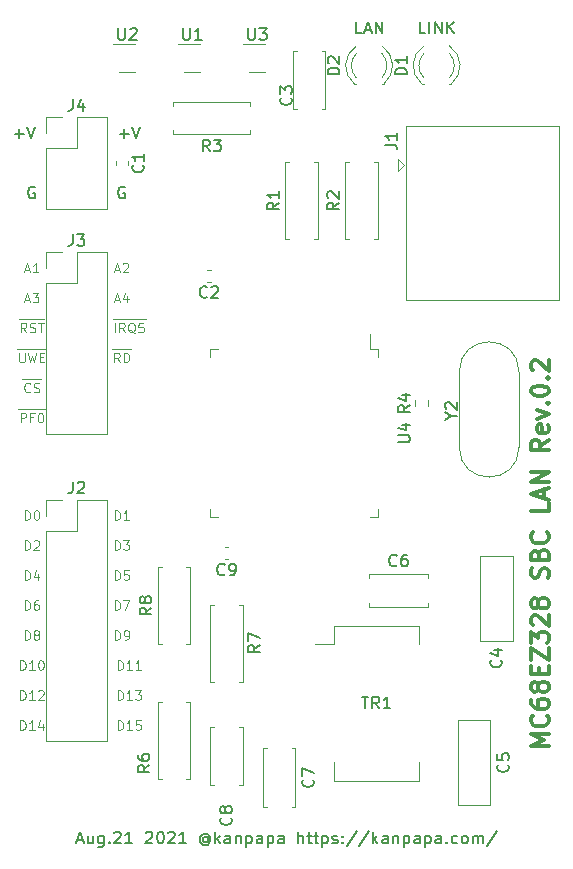
<source format=gto>
G04 #@! TF.GenerationSoftware,KiCad,Pcbnew,(5.1.9)-1*
G04 #@! TF.CreationDate,2021-08-21T09:49:19+09:00*
G04 #@! TF.ProjectId,DragonOne_lan_rev02,44726167-6f6e-44f6-9e65-5f6c616e5f72,rev?*
G04 #@! TF.SameCoordinates,PX7cee6c0PY80befc0*
G04 #@! TF.FileFunction,Legend,Top*
G04 #@! TF.FilePolarity,Positive*
%FSLAX46Y46*%
G04 Gerber Fmt 4.6, Leading zero omitted, Abs format (unit mm)*
G04 Created by KiCad (PCBNEW (5.1.9)-1) date 2021-08-21 09:49:19*
%MOMM*%
%LPD*%
G01*
G04 APERTURE LIST*
%ADD10C,0.120000*%
%ADD11C,0.150000*%
%ADD12C,0.300000*%
G04 APERTURE END LIST*
D10*
X8725000Y43277000D02*
X9525000Y43277000D01*
X9372619Y42183096D02*
X9105952Y42564048D01*
X8915476Y42183096D02*
X8915476Y42983096D01*
X9220238Y42983096D01*
X9296428Y42945000D01*
X9334523Y42906905D01*
X9372619Y42830715D01*
X9372619Y42716429D01*
X9334523Y42640239D01*
X9296428Y42602143D01*
X9220238Y42564048D01*
X8915476Y42564048D01*
X9525000Y43277000D02*
X10325000Y43277000D01*
X9715476Y42183096D02*
X9715476Y42983096D01*
X9905952Y42983096D01*
X10020238Y42945000D01*
X10096428Y42868810D01*
X10134523Y42792620D01*
X10172619Y42640239D01*
X10172619Y42525953D01*
X10134523Y42373572D01*
X10096428Y42297381D01*
X10020238Y42221191D01*
X9905952Y42183096D01*
X9715476Y42183096D01*
X781190Y38197000D02*
X1581190Y38197000D01*
X971666Y37103096D02*
X971666Y37903096D01*
X1276428Y37903096D01*
X1352619Y37865000D01*
X1390714Y37826905D01*
X1428809Y37750715D01*
X1428809Y37636429D01*
X1390714Y37560239D01*
X1352619Y37522143D01*
X1276428Y37484048D01*
X971666Y37484048D01*
X1581190Y38197000D02*
X2266904Y38197000D01*
X2038333Y37522143D02*
X1771666Y37522143D01*
X1771666Y37103096D02*
X1771666Y37903096D01*
X2152619Y37903096D01*
X2266904Y38197000D02*
X3028809Y38197000D01*
X2609761Y37903096D02*
X2685952Y37903096D01*
X2762142Y37865000D01*
X2800238Y37826905D01*
X2838333Y37750715D01*
X2876428Y37598334D01*
X2876428Y37407858D01*
X2838333Y37255477D01*
X2800238Y37179286D01*
X2762142Y37141191D01*
X2685952Y37103096D01*
X2609761Y37103096D01*
X2533571Y37141191D01*
X2495476Y37179286D01*
X2457380Y37255477D01*
X2419285Y37407858D01*
X2419285Y37598334D01*
X2457380Y37750715D01*
X2495476Y37826905D01*
X2533571Y37865000D01*
X2609761Y37903096D01*
X1124047Y40737000D02*
X1924047Y40737000D01*
X1771666Y39719286D02*
X1733571Y39681191D01*
X1619285Y39643096D01*
X1543095Y39643096D01*
X1428809Y39681191D01*
X1352619Y39757381D01*
X1314523Y39833572D01*
X1276428Y39985953D01*
X1276428Y40100239D01*
X1314523Y40252620D01*
X1352619Y40328810D01*
X1428809Y40405000D01*
X1543095Y40443096D01*
X1619285Y40443096D01*
X1733571Y40405000D01*
X1771666Y40366905D01*
X1924047Y40737000D02*
X2685952Y40737000D01*
X2076428Y39681191D02*
X2190714Y39643096D01*
X2381190Y39643096D01*
X2457380Y39681191D01*
X2495476Y39719286D01*
X2533571Y39795477D01*
X2533571Y39871667D01*
X2495476Y39947858D01*
X2457380Y39985953D01*
X2381190Y40024048D01*
X2228809Y40062143D01*
X2152619Y40100239D01*
X2114523Y40138334D01*
X2076428Y40214524D01*
X2076428Y40290715D01*
X2114523Y40366905D01*
X2152619Y40405000D01*
X2228809Y40443096D01*
X2419285Y40443096D01*
X2533571Y40405000D01*
X666904Y43277000D02*
X1505000Y43277000D01*
X857380Y42983096D02*
X857380Y42335477D01*
X895476Y42259286D01*
X933571Y42221191D01*
X1009761Y42183096D01*
X1162142Y42183096D01*
X1238333Y42221191D01*
X1276428Y42259286D01*
X1314523Y42335477D01*
X1314523Y42983096D01*
X1505000Y43277000D02*
X2419285Y43277000D01*
X1619285Y42983096D02*
X1809761Y42183096D01*
X1962142Y42754524D01*
X2114523Y42183096D01*
X2305000Y42983096D01*
X2419285Y43277000D02*
X3143095Y43277000D01*
X2609761Y42602143D02*
X2876428Y42602143D01*
X2990714Y42183096D02*
X2609761Y42183096D01*
X2609761Y42983096D01*
X2990714Y42983096D01*
X8769523Y45817000D02*
X9150476Y45817000D01*
X8960000Y44723096D02*
X8960000Y45523096D01*
X9150476Y45817000D02*
X9950476Y45817000D01*
X9798095Y44723096D02*
X9531428Y45104048D01*
X9340952Y44723096D02*
X9340952Y45523096D01*
X9645714Y45523096D01*
X9721904Y45485000D01*
X9760000Y45446905D01*
X9798095Y45370715D01*
X9798095Y45256429D01*
X9760000Y45180239D01*
X9721904Y45142143D01*
X9645714Y45104048D01*
X9340952Y45104048D01*
X9950476Y45817000D02*
X10788571Y45817000D01*
X10674285Y44646905D02*
X10598095Y44685000D01*
X10521904Y44761191D01*
X10407619Y44875477D01*
X10331428Y44913572D01*
X10255238Y44913572D01*
X10293333Y44723096D02*
X10217142Y44761191D01*
X10140952Y44837381D01*
X10102857Y44989762D01*
X10102857Y45256429D01*
X10140952Y45408810D01*
X10217142Y45485000D01*
X10293333Y45523096D01*
X10445714Y45523096D01*
X10521904Y45485000D01*
X10598095Y45408810D01*
X10636190Y45256429D01*
X10636190Y44989762D01*
X10598095Y44837381D01*
X10521904Y44761191D01*
X10445714Y44723096D01*
X10293333Y44723096D01*
X10788571Y45817000D02*
X11550476Y45817000D01*
X11360000Y45523096D02*
X10979047Y45523096D01*
X10940952Y45142143D01*
X10979047Y45180239D01*
X11055238Y45218334D01*
X11245714Y45218334D01*
X11321904Y45180239D01*
X11360000Y45142143D01*
X11398095Y45065953D01*
X11398095Y44875477D01*
X11360000Y44799286D01*
X11321904Y44761191D01*
X11245714Y44723096D01*
X11055238Y44723096D01*
X10979047Y44761191D01*
X10940952Y44799286D01*
X819285Y45817000D02*
X1619285Y45817000D01*
X1466904Y44723096D02*
X1200238Y45104048D01*
X1009761Y44723096D02*
X1009761Y45523096D01*
X1314523Y45523096D01*
X1390714Y45485000D01*
X1428809Y45446905D01*
X1466904Y45370715D01*
X1466904Y45256429D01*
X1428809Y45180239D01*
X1390714Y45142143D01*
X1314523Y45104048D01*
X1009761Y45104048D01*
X1619285Y45817000D02*
X2381190Y45817000D01*
X1771666Y44761191D02*
X1885952Y44723096D01*
X2076428Y44723096D01*
X2152619Y44761191D01*
X2190714Y44799286D01*
X2228809Y44875477D01*
X2228809Y44951667D01*
X2190714Y45027858D01*
X2152619Y45065953D01*
X2076428Y45104048D01*
X1924047Y45142143D01*
X1847857Y45180239D01*
X1809761Y45218334D01*
X1771666Y45294524D01*
X1771666Y45370715D01*
X1809761Y45446905D01*
X1847857Y45485000D01*
X1924047Y45523096D01*
X2114523Y45523096D01*
X2228809Y45485000D01*
X2381190Y45817000D02*
X2990714Y45817000D01*
X2457380Y45523096D02*
X2914523Y45523096D01*
X2685952Y44723096D02*
X2685952Y45523096D01*
X8953571Y47491667D02*
X9334523Y47491667D01*
X8877380Y47263096D02*
X9144047Y48063096D01*
X9410714Y47263096D01*
X10020238Y47796429D02*
X10020238Y47263096D01*
X9829761Y48101191D02*
X9639285Y47529762D01*
X10134523Y47529762D01*
X8953571Y50031667D02*
X9334523Y50031667D01*
X8877380Y49803096D02*
X9144047Y50603096D01*
X9410714Y49803096D01*
X9639285Y50526905D02*
X9677380Y50565000D01*
X9753571Y50603096D01*
X9944047Y50603096D01*
X10020238Y50565000D01*
X10058333Y50526905D01*
X10096428Y50450715D01*
X10096428Y50374524D01*
X10058333Y50260239D01*
X9601190Y49803096D01*
X10096428Y49803096D01*
X1333571Y47491667D02*
X1714523Y47491667D01*
X1257380Y47263096D02*
X1524047Y48063096D01*
X1790714Y47263096D01*
X1981190Y48063096D02*
X2476428Y48063096D01*
X2209761Y47758334D01*
X2324047Y47758334D01*
X2400238Y47720239D01*
X2438333Y47682143D01*
X2476428Y47605953D01*
X2476428Y47415477D01*
X2438333Y47339286D01*
X2400238Y47301191D01*
X2324047Y47263096D01*
X2095476Y47263096D01*
X2019285Y47301191D01*
X1981190Y47339286D01*
X1333571Y50031667D02*
X1714523Y50031667D01*
X1257380Y49803096D02*
X1524047Y50603096D01*
X1790714Y49803096D01*
X2476428Y49803096D02*
X2019285Y49803096D01*
X2247857Y49803096D02*
X2247857Y50603096D01*
X2171666Y50488810D01*
X2095476Y50412620D01*
X2019285Y50374524D01*
X933571Y11068096D02*
X933571Y11868096D01*
X1124047Y11868096D01*
X1238333Y11830000D01*
X1314523Y11753810D01*
X1352619Y11677620D01*
X1390714Y11525239D01*
X1390714Y11410953D01*
X1352619Y11258572D01*
X1314523Y11182381D01*
X1238333Y11106191D01*
X1124047Y11068096D01*
X933571Y11068096D01*
X2152619Y11068096D02*
X1695476Y11068096D01*
X1924047Y11068096D02*
X1924047Y11868096D01*
X1847857Y11753810D01*
X1771666Y11677620D01*
X1695476Y11639524D01*
X2838333Y11601429D02*
X2838333Y11068096D01*
X2647857Y11906191D02*
X2457380Y11334762D01*
X2952619Y11334762D01*
X933571Y13608096D02*
X933571Y14408096D01*
X1124047Y14408096D01*
X1238333Y14370000D01*
X1314523Y14293810D01*
X1352619Y14217620D01*
X1390714Y14065239D01*
X1390714Y13950953D01*
X1352619Y13798572D01*
X1314523Y13722381D01*
X1238333Y13646191D01*
X1124047Y13608096D01*
X933571Y13608096D01*
X2152619Y13608096D02*
X1695476Y13608096D01*
X1924047Y13608096D02*
X1924047Y14408096D01*
X1847857Y14293810D01*
X1771666Y14217620D01*
X1695476Y14179524D01*
X2457380Y14331905D02*
X2495476Y14370000D01*
X2571666Y14408096D01*
X2762142Y14408096D01*
X2838333Y14370000D01*
X2876428Y14331905D01*
X2914523Y14255715D01*
X2914523Y14179524D01*
X2876428Y14065239D01*
X2419285Y13608096D01*
X2914523Y13608096D01*
X933571Y16148096D02*
X933571Y16948096D01*
X1124047Y16948096D01*
X1238333Y16910000D01*
X1314523Y16833810D01*
X1352619Y16757620D01*
X1390714Y16605239D01*
X1390714Y16490953D01*
X1352619Y16338572D01*
X1314523Y16262381D01*
X1238333Y16186191D01*
X1124047Y16148096D01*
X933571Y16148096D01*
X2152619Y16148096D02*
X1695476Y16148096D01*
X1924047Y16148096D02*
X1924047Y16948096D01*
X1847857Y16833810D01*
X1771666Y16757620D01*
X1695476Y16719524D01*
X2647857Y16948096D02*
X2724047Y16948096D01*
X2800238Y16910000D01*
X2838333Y16871905D01*
X2876428Y16795715D01*
X2914523Y16643334D01*
X2914523Y16452858D01*
X2876428Y16300477D01*
X2838333Y16224286D01*
X2800238Y16186191D01*
X2724047Y16148096D01*
X2647857Y16148096D01*
X2571666Y16186191D01*
X2533571Y16224286D01*
X2495476Y16300477D01*
X2457380Y16452858D01*
X2457380Y16643334D01*
X2495476Y16795715D01*
X2533571Y16871905D01*
X2571666Y16910000D01*
X2647857Y16948096D01*
X1314523Y18688096D02*
X1314523Y19488096D01*
X1505000Y19488096D01*
X1619285Y19450000D01*
X1695476Y19373810D01*
X1733571Y19297620D01*
X1771666Y19145239D01*
X1771666Y19030953D01*
X1733571Y18878572D01*
X1695476Y18802381D01*
X1619285Y18726191D01*
X1505000Y18688096D01*
X1314523Y18688096D01*
X2228809Y19145239D02*
X2152619Y19183334D01*
X2114523Y19221429D01*
X2076428Y19297620D01*
X2076428Y19335715D01*
X2114523Y19411905D01*
X2152619Y19450000D01*
X2228809Y19488096D01*
X2381190Y19488096D01*
X2457380Y19450000D01*
X2495476Y19411905D01*
X2533571Y19335715D01*
X2533571Y19297620D01*
X2495476Y19221429D01*
X2457380Y19183334D01*
X2381190Y19145239D01*
X2228809Y19145239D01*
X2152619Y19107143D01*
X2114523Y19069048D01*
X2076428Y18992858D01*
X2076428Y18840477D01*
X2114523Y18764286D01*
X2152619Y18726191D01*
X2228809Y18688096D01*
X2381190Y18688096D01*
X2457380Y18726191D01*
X2495476Y18764286D01*
X2533571Y18840477D01*
X2533571Y18992858D01*
X2495476Y19069048D01*
X2457380Y19107143D01*
X2381190Y19145239D01*
X1314523Y21228096D02*
X1314523Y22028096D01*
X1505000Y22028096D01*
X1619285Y21990000D01*
X1695476Y21913810D01*
X1733571Y21837620D01*
X1771666Y21685239D01*
X1771666Y21570953D01*
X1733571Y21418572D01*
X1695476Y21342381D01*
X1619285Y21266191D01*
X1505000Y21228096D01*
X1314523Y21228096D01*
X2457380Y22028096D02*
X2305000Y22028096D01*
X2228809Y21990000D01*
X2190714Y21951905D01*
X2114523Y21837620D01*
X2076428Y21685239D01*
X2076428Y21380477D01*
X2114523Y21304286D01*
X2152619Y21266191D01*
X2228809Y21228096D01*
X2381190Y21228096D01*
X2457380Y21266191D01*
X2495476Y21304286D01*
X2533571Y21380477D01*
X2533571Y21570953D01*
X2495476Y21647143D01*
X2457380Y21685239D01*
X2381190Y21723334D01*
X2228809Y21723334D01*
X2152619Y21685239D01*
X2114523Y21647143D01*
X2076428Y21570953D01*
X1314523Y23768096D02*
X1314523Y24568096D01*
X1505000Y24568096D01*
X1619285Y24530000D01*
X1695476Y24453810D01*
X1733571Y24377620D01*
X1771666Y24225239D01*
X1771666Y24110953D01*
X1733571Y23958572D01*
X1695476Y23882381D01*
X1619285Y23806191D01*
X1505000Y23768096D01*
X1314523Y23768096D01*
X2457380Y24301429D02*
X2457380Y23768096D01*
X2266904Y24606191D02*
X2076428Y24034762D01*
X2571666Y24034762D01*
X1314523Y26308096D02*
X1314523Y27108096D01*
X1505000Y27108096D01*
X1619285Y27070000D01*
X1695476Y26993810D01*
X1733571Y26917620D01*
X1771666Y26765239D01*
X1771666Y26650953D01*
X1733571Y26498572D01*
X1695476Y26422381D01*
X1619285Y26346191D01*
X1505000Y26308096D01*
X1314523Y26308096D01*
X2076428Y27031905D02*
X2114523Y27070000D01*
X2190714Y27108096D01*
X2381190Y27108096D01*
X2457380Y27070000D01*
X2495476Y27031905D01*
X2533571Y26955715D01*
X2533571Y26879524D01*
X2495476Y26765239D01*
X2038333Y26308096D01*
X2533571Y26308096D01*
X9188571Y11068096D02*
X9188571Y11868096D01*
X9379047Y11868096D01*
X9493333Y11830000D01*
X9569523Y11753810D01*
X9607619Y11677620D01*
X9645714Y11525239D01*
X9645714Y11410953D01*
X9607619Y11258572D01*
X9569523Y11182381D01*
X9493333Y11106191D01*
X9379047Y11068096D01*
X9188571Y11068096D01*
X10407619Y11068096D02*
X9950476Y11068096D01*
X10179047Y11068096D02*
X10179047Y11868096D01*
X10102857Y11753810D01*
X10026666Y11677620D01*
X9950476Y11639524D01*
X11131428Y11868096D02*
X10750476Y11868096D01*
X10712380Y11487143D01*
X10750476Y11525239D01*
X10826666Y11563334D01*
X11017142Y11563334D01*
X11093333Y11525239D01*
X11131428Y11487143D01*
X11169523Y11410953D01*
X11169523Y11220477D01*
X11131428Y11144286D01*
X11093333Y11106191D01*
X11017142Y11068096D01*
X10826666Y11068096D01*
X10750476Y11106191D01*
X10712380Y11144286D01*
X9188571Y13608096D02*
X9188571Y14408096D01*
X9379047Y14408096D01*
X9493333Y14370000D01*
X9569523Y14293810D01*
X9607619Y14217620D01*
X9645714Y14065239D01*
X9645714Y13950953D01*
X9607619Y13798572D01*
X9569523Y13722381D01*
X9493333Y13646191D01*
X9379047Y13608096D01*
X9188571Y13608096D01*
X10407619Y13608096D02*
X9950476Y13608096D01*
X10179047Y13608096D02*
X10179047Y14408096D01*
X10102857Y14293810D01*
X10026666Y14217620D01*
X9950476Y14179524D01*
X10674285Y14408096D02*
X11169523Y14408096D01*
X10902857Y14103334D01*
X11017142Y14103334D01*
X11093333Y14065239D01*
X11131428Y14027143D01*
X11169523Y13950953D01*
X11169523Y13760477D01*
X11131428Y13684286D01*
X11093333Y13646191D01*
X11017142Y13608096D01*
X10788571Y13608096D01*
X10712380Y13646191D01*
X10674285Y13684286D01*
X9188571Y16148096D02*
X9188571Y16948096D01*
X9379047Y16948096D01*
X9493333Y16910000D01*
X9569523Y16833810D01*
X9607619Y16757620D01*
X9645714Y16605239D01*
X9645714Y16490953D01*
X9607619Y16338572D01*
X9569523Y16262381D01*
X9493333Y16186191D01*
X9379047Y16148096D01*
X9188571Y16148096D01*
X10407619Y16148096D02*
X9950476Y16148096D01*
X10179047Y16148096D02*
X10179047Y16948096D01*
X10102857Y16833810D01*
X10026666Y16757620D01*
X9950476Y16719524D01*
X11169523Y16148096D02*
X10712380Y16148096D01*
X10940952Y16148096D02*
X10940952Y16948096D01*
X10864761Y16833810D01*
X10788571Y16757620D01*
X10712380Y16719524D01*
X8934523Y18688096D02*
X8934523Y19488096D01*
X9125000Y19488096D01*
X9239285Y19450000D01*
X9315476Y19373810D01*
X9353571Y19297620D01*
X9391666Y19145239D01*
X9391666Y19030953D01*
X9353571Y18878572D01*
X9315476Y18802381D01*
X9239285Y18726191D01*
X9125000Y18688096D01*
X8934523Y18688096D01*
X9772619Y18688096D02*
X9925000Y18688096D01*
X10001190Y18726191D01*
X10039285Y18764286D01*
X10115476Y18878572D01*
X10153571Y19030953D01*
X10153571Y19335715D01*
X10115476Y19411905D01*
X10077380Y19450000D01*
X10001190Y19488096D01*
X9848809Y19488096D01*
X9772619Y19450000D01*
X9734523Y19411905D01*
X9696428Y19335715D01*
X9696428Y19145239D01*
X9734523Y19069048D01*
X9772619Y19030953D01*
X9848809Y18992858D01*
X10001190Y18992858D01*
X10077380Y19030953D01*
X10115476Y19069048D01*
X10153571Y19145239D01*
X8934523Y21228096D02*
X8934523Y22028096D01*
X9125000Y22028096D01*
X9239285Y21990000D01*
X9315476Y21913810D01*
X9353571Y21837620D01*
X9391666Y21685239D01*
X9391666Y21570953D01*
X9353571Y21418572D01*
X9315476Y21342381D01*
X9239285Y21266191D01*
X9125000Y21228096D01*
X8934523Y21228096D01*
X9658333Y22028096D02*
X10191666Y22028096D01*
X9848809Y21228096D01*
X8934523Y23768096D02*
X8934523Y24568096D01*
X9125000Y24568096D01*
X9239285Y24530000D01*
X9315476Y24453810D01*
X9353571Y24377620D01*
X9391666Y24225239D01*
X9391666Y24110953D01*
X9353571Y23958572D01*
X9315476Y23882381D01*
X9239285Y23806191D01*
X9125000Y23768096D01*
X8934523Y23768096D01*
X10115476Y24568096D02*
X9734523Y24568096D01*
X9696428Y24187143D01*
X9734523Y24225239D01*
X9810714Y24263334D01*
X10001190Y24263334D01*
X10077380Y24225239D01*
X10115476Y24187143D01*
X10153571Y24110953D01*
X10153571Y23920477D01*
X10115476Y23844286D01*
X10077380Y23806191D01*
X10001190Y23768096D01*
X9810714Y23768096D01*
X9734523Y23806191D01*
X9696428Y23844286D01*
X8934523Y26308096D02*
X8934523Y27108096D01*
X9125000Y27108096D01*
X9239285Y27070000D01*
X9315476Y26993810D01*
X9353571Y26917620D01*
X9391666Y26765239D01*
X9391666Y26650953D01*
X9353571Y26498572D01*
X9315476Y26422381D01*
X9239285Y26346191D01*
X9125000Y26308096D01*
X8934523Y26308096D01*
X9658333Y27108096D02*
X10153571Y27108096D01*
X9886904Y26803334D01*
X10001190Y26803334D01*
X10077380Y26765239D01*
X10115476Y26727143D01*
X10153571Y26650953D01*
X10153571Y26460477D01*
X10115476Y26384286D01*
X10077380Y26346191D01*
X10001190Y26308096D01*
X9772619Y26308096D01*
X9696428Y26346191D01*
X9658333Y26384286D01*
X8934523Y28848096D02*
X8934523Y29648096D01*
X9125000Y29648096D01*
X9239285Y29610000D01*
X9315476Y29533810D01*
X9353571Y29457620D01*
X9391666Y29305239D01*
X9391666Y29190953D01*
X9353571Y29038572D01*
X9315476Y28962381D01*
X9239285Y28886191D01*
X9125000Y28848096D01*
X8934523Y28848096D01*
X10153571Y28848096D02*
X9696428Y28848096D01*
X9925000Y28848096D02*
X9925000Y29648096D01*
X9848809Y29533810D01*
X9772619Y29457620D01*
X9696428Y29419524D01*
X1314523Y28848096D02*
X1314523Y29648096D01*
X1505000Y29648096D01*
X1619285Y29610000D01*
X1695476Y29533810D01*
X1733571Y29457620D01*
X1771666Y29305239D01*
X1771666Y29190953D01*
X1733571Y29038572D01*
X1695476Y28962381D01*
X1619285Y28886191D01*
X1505000Y28848096D01*
X1314523Y28848096D01*
X2266904Y29648096D02*
X2343095Y29648096D01*
X2419285Y29610000D01*
X2457380Y29571905D01*
X2495476Y29495715D01*
X2533571Y29343334D01*
X2533571Y29152858D01*
X2495476Y29000477D01*
X2457380Y28924286D01*
X2419285Y28886191D01*
X2343095Y28848096D01*
X2266904Y28848096D01*
X2190714Y28886191D01*
X2152619Y28924286D01*
X2114523Y29000477D01*
X2076428Y29152858D01*
X2076428Y29343334D01*
X2114523Y29495715D01*
X2152619Y29571905D01*
X2190714Y29610000D01*
X2266904Y29648096D01*
D11*
X5756904Y1738334D02*
X6233095Y1738334D01*
X5661666Y1452620D02*
X5995000Y2452620D01*
X6328333Y1452620D01*
X7090238Y2119286D02*
X7090238Y1452620D01*
X6661666Y2119286D02*
X6661666Y1595477D01*
X6709285Y1500239D01*
X6804523Y1452620D01*
X6947380Y1452620D01*
X7042619Y1500239D01*
X7090238Y1547858D01*
X7995000Y2119286D02*
X7995000Y1309762D01*
X7947380Y1214524D01*
X7899761Y1166905D01*
X7804523Y1119286D01*
X7661666Y1119286D01*
X7566428Y1166905D01*
X7995000Y1500239D02*
X7899761Y1452620D01*
X7709285Y1452620D01*
X7614047Y1500239D01*
X7566428Y1547858D01*
X7518809Y1643096D01*
X7518809Y1928810D01*
X7566428Y2024048D01*
X7614047Y2071667D01*
X7709285Y2119286D01*
X7899761Y2119286D01*
X7995000Y2071667D01*
X8471190Y1547858D02*
X8518809Y1500239D01*
X8471190Y1452620D01*
X8423571Y1500239D01*
X8471190Y1547858D01*
X8471190Y1452620D01*
X8899761Y2357381D02*
X8947380Y2405000D01*
X9042619Y2452620D01*
X9280714Y2452620D01*
X9375952Y2405000D01*
X9423571Y2357381D01*
X9471190Y2262143D01*
X9471190Y2166905D01*
X9423571Y2024048D01*
X8852142Y1452620D01*
X9471190Y1452620D01*
X10423571Y1452620D02*
X9852142Y1452620D01*
X10137857Y1452620D02*
X10137857Y2452620D01*
X10042619Y2309762D01*
X9947380Y2214524D01*
X9852142Y2166905D01*
X11566428Y2357381D02*
X11614047Y2405000D01*
X11709285Y2452620D01*
X11947380Y2452620D01*
X12042619Y2405000D01*
X12090238Y2357381D01*
X12137857Y2262143D01*
X12137857Y2166905D01*
X12090238Y2024048D01*
X11518809Y1452620D01*
X12137857Y1452620D01*
X12756904Y2452620D02*
X12852142Y2452620D01*
X12947380Y2405000D01*
X12995000Y2357381D01*
X13042619Y2262143D01*
X13090238Y2071667D01*
X13090238Y1833572D01*
X13042619Y1643096D01*
X12995000Y1547858D01*
X12947380Y1500239D01*
X12852142Y1452620D01*
X12756904Y1452620D01*
X12661666Y1500239D01*
X12614047Y1547858D01*
X12566428Y1643096D01*
X12518809Y1833572D01*
X12518809Y2071667D01*
X12566428Y2262143D01*
X12614047Y2357381D01*
X12661666Y2405000D01*
X12756904Y2452620D01*
X13471190Y2357381D02*
X13518809Y2405000D01*
X13614047Y2452620D01*
X13852142Y2452620D01*
X13947380Y2405000D01*
X13995000Y2357381D01*
X14042619Y2262143D01*
X14042619Y2166905D01*
X13995000Y2024048D01*
X13423571Y1452620D01*
X14042619Y1452620D01*
X14995000Y1452620D02*
X14423571Y1452620D01*
X14709285Y1452620D02*
X14709285Y2452620D01*
X14614047Y2309762D01*
X14518809Y2214524D01*
X14423571Y2166905D01*
X16804523Y1928810D02*
X16756904Y1976429D01*
X16661666Y2024048D01*
X16566428Y2024048D01*
X16471190Y1976429D01*
X16423571Y1928810D01*
X16375952Y1833572D01*
X16375952Y1738334D01*
X16423571Y1643096D01*
X16471190Y1595477D01*
X16566428Y1547858D01*
X16661666Y1547858D01*
X16756904Y1595477D01*
X16804523Y1643096D01*
X16804523Y2024048D02*
X16804523Y1643096D01*
X16852142Y1595477D01*
X16899761Y1595477D01*
X16995000Y1643096D01*
X17042619Y1738334D01*
X17042619Y1976429D01*
X16947380Y2119286D01*
X16804523Y2214524D01*
X16614047Y2262143D01*
X16423571Y2214524D01*
X16280714Y2119286D01*
X16185476Y1976429D01*
X16137857Y1785953D01*
X16185476Y1595477D01*
X16280714Y1452620D01*
X16423571Y1357381D01*
X16614047Y1309762D01*
X16804523Y1357381D01*
X16947380Y1452620D01*
X17471190Y1452620D02*
X17471190Y2452620D01*
X17566428Y1833572D02*
X17852142Y1452620D01*
X17852142Y2119286D02*
X17471190Y1738334D01*
X18709285Y1452620D02*
X18709285Y1976429D01*
X18661666Y2071667D01*
X18566428Y2119286D01*
X18375952Y2119286D01*
X18280714Y2071667D01*
X18709285Y1500239D02*
X18614047Y1452620D01*
X18375952Y1452620D01*
X18280714Y1500239D01*
X18233095Y1595477D01*
X18233095Y1690715D01*
X18280714Y1785953D01*
X18375952Y1833572D01*
X18614047Y1833572D01*
X18709285Y1881191D01*
X19185476Y2119286D02*
X19185476Y1452620D01*
X19185476Y2024048D02*
X19233095Y2071667D01*
X19328333Y2119286D01*
X19471190Y2119286D01*
X19566428Y2071667D01*
X19614047Y1976429D01*
X19614047Y1452620D01*
X20090238Y2119286D02*
X20090238Y1119286D01*
X20090238Y2071667D02*
X20185476Y2119286D01*
X20375952Y2119286D01*
X20471190Y2071667D01*
X20518809Y2024048D01*
X20566428Y1928810D01*
X20566428Y1643096D01*
X20518809Y1547858D01*
X20471190Y1500239D01*
X20375952Y1452620D01*
X20185476Y1452620D01*
X20090238Y1500239D01*
X21423571Y1452620D02*
X21423571Y1976429D01*
X21375952Y2071667D01*
X21280714Y2119286D01*
X21090238Y2119286D01*
X20995000Y2071667D01*
X21423571Y1500239D02*
X21328333Y1452620D01*
X21090238Y1452620D01*
X20995000Y1500239D01*
X20947380Y1595477D01*
X20947380Y1690715D01*
X20995000Y1785953D01*
X21090238Y1833572D01*
X21328333Y1833572D01*
X21423571Y1881191D01*
X21899761Y2119286D02*
X21899761Y1119286D01*
X21899761Y2071667D02*
X21995000Y2119286D01*
X22185476Y2119286D01*
X22280714Y2071667D01*
X22328333Y2024048D01*
X22375952Y1928810D01*
X22375952Y1643096D01*
X22328333Y1547858D01*
X22280714Y1500239D01*
X22185476Y1452620D01*
X21995000Y1452620D01*
X21899761Y1500239D01*
X23233095Y1452620D02*
X23233095Y1976429D01*
X23185476Y2071667D01*
X23090238Y2119286D01*
X22899761Y2119286D01*
X22804523Y2071667D01*
X23233095Y1500239D02*
X23137857Y1452620D01*
X22899761Y1452620D01*
X22804523Y1500239D01*
X22756904Y1595477D01*
X22756904Y1690715D01*
X22804523Y1785953D01*
X22899761Y1833572D01*
X23137857Y1833572D01*
X23233095Y1881191D01*
X24471190Y1452620D02*
X24471190Y2452620D01*
X24899761Y1452620D02*
X24899761Y1976429D01*
X24852142Y2071667D01*
X24756904Y2119286D01*
X24614047Y2119286D01*
X24518809Y2071667D01*
X24471190Y2024048D01*
X25233095Y2119286D02*
X25614047Y2119286D01*
X25375952Y2452620D02*
X25375952Y1595477D01*
X25423571Y1500239D01*
X25518809Y1452620D01*
X25614047Y1452620D01*
X25804523Y2119286D02*
X26185476Y2119286D01*
X25947380Y2452620D02*
X25947380Y1595477D01*
X25995000Y1500239D01*
X26090238Y1452620D01*
X26185476Y1452620D01*
X26518809Y2119286D02*
X26518809Y1119286D01*
X26518809Y2071667D02*
X26614047Y2119286D01*
X26804523Y2119286D01*
X26899761Y2071667D01*
X26947380Y2024048D01*
X26995000Y1928810D01*
X26995000Y1643096D01*
X26947380Y1547858D01*
X26899761Y1500239D01*
X26804523Y1452620D01*
X26614047Y1452620D01*
X26518809Y1500239D01*
X27375952Y1500239D02*
X27471190Y1452620D01*
X27661666Y1452620D01*
X27756904Y1500239D01*
X27804523Y1595477D01*
X27804523Y1643096D01*
X27756904Y1738334D01*
X27661666Y1785953D01*
X27518809Y1785953D01*
X27423571Y1833572D01*
X27375952Y1928810D01*
X27375952Y1976429D01*
X27423571Y2071667D01*
X27518809Y2119286D01*
X27661666Y2119286D01*
X27756904Y2071667D01*
X28233095Y1547858D02*
X28280714Y1500239D01*
X28233095Y1452620D01*
X28185476Y1500239D01*
X28233095Y1547858D01*
X28233095Y1452620D01*
X28233095Y2071667D02*
X28280714Y2024048D01*
X28233095Y1976429D01*
X28185476Y2024048D01*
X28233095Y2071667D01*
X28233095Y1976429D01*
X29423571Y2500239D02*
X28566428Y1214524D01*
X30471190Y2500239D02*
X29614047Y1214524D01*
X30804523Y1452620D02*
X30804523Y2452620D01*
X30899761Y1833572D02*
X31185476Y1452620D01*
X31185476Y2119286D02*
X30804523Y1738334D01*
X32042619Y1452620D02*
X32042619Y1976429D01*
X31995000Y2071667D01*
X31899761Y2119286D01*
X31709285Y2119286D01*
X31614047Y2071667D01*
X32042619Y1500239D02*
X31947380Y1452620D01*
X31709285Y1452620D01*
X31614047Y1500239D01*
X31566428Y1595477D01*
X31566428Y1690715D01*
X31614047Y1785953D01*
X31709285Y1833572D01*
X31947380Y1833572D01*
X32042619Y1881191D01*
X32518809Y2119286D02*
X32518809Y1452620D01*
X32518809Y2024048D02*
X32566428Y2071667D01*
X32661666Y2119286D01*
X32804523Y2119286D01*
X32899761Y2071667D01*
X32947380Y1976429D01*
X32947380Y1452620D01*
X33423571Y2119286D02*
X33423571Y1119286D01*
X33423571Y2071667D02*
X33518809Y2119286D01*
X33709285Y2119286D01*
X33804523Y2071667D01*
X33852142Y2024048D01*
X33899761Y1928810D01*
X33899761Y1643096D01*
X33852142Y1547858D01*
X33804523Y1500239D01*
X33709285Y1452620D01*
X33518809Y1452620D01*
X33423571Y1500239D01*
X34756904Y1452620D02*
X34756904Y1976429D01*
X34709285Y2071667D01*
X34614047Y2119286D01*
X34423571Y2119286D01*
X34328333Y2071667D01*
X34756904Y1500239D02*
X34661666Y1452620D01*
X34423571Y1452620D01*
X34328333Y1500239D01*
X34280714Y1595477D01*
X34280714Y1690715D01*
X34328333Y1785953D01*
X34423571Y1833572D01*
X34661666Y1833572D01*
X34756904Y1881191D01*
X35233095Y2119286D02*
X35233095Y1119286D01*
X35233095Y2071667D02*
X35328333Y2119286D01*
X35518809Y2119286D01*
X35614047Y2071667D01*
X35661666Y2024048D01*
X35709285Y1928810D01*
X35709285Y1643096D01*
X35661666Y1547858D01*
X35614047Y1500239D01*
X35518809Y1452620D01*
X35328333Y1452620D01*
X35233095Y1500239D01*
X36566428Y1452620D02*
X36566428Y1976429D01*
X36518809Y2071667D01*
X36423571Y2119286D01*
X36233095Y2119286D01*
X36137857Y2071667D01*
X36566428Y1500239D02*
X36471190Y1452620D01*
X36233095Y1452620D01*
X36137857Y1500239D01*
X36090238Y1595477D01*
X36090238Y1690715D01*
X36137857Y1785953D01*
X36233095Y1833572D01*
X36471190Y1833572D01*
X36566428Y1881191D01*
X37042619Y1547858D02*
X37090238Y1500239D01*
X37042619Y1452620D01*
X36994999Y1500239D01*
X37042619Y1547858D01*
X37042619Y1452620D01*
X37947380Y1500239D02*
X37852142Y1452620D01*
X37661666Y1452620D01*
X37566428Y1500239D01*
X37518809Y1547858D01*
X37471190Y1643096D01*
X37471190Y1928810D01*
X37518809Y2024048D01*
X37566428Y2071667D01*
X37661666Y2119286D01*
X37852142Y2119286D01*
X37947380Y2071667D01*
X38518809Y1452620D02*
X38423571Y1500239D01*
X38375952Y1547858D01*
X38328333Y1643096D01*
X38328333Y1928810D01*
X38375952Y2024048D01*
X38423571Y2071667D01*
X38518809Y2119286D01*
X38661666Y2119286D01*
X38756904Y2071667D01*
X38804523Y2024048D01*
X38852142Y1928810D01*
X38852142Y1643096D01*
X38804523Y1547858D01*
X38756904Y1500239D01*
X38661666Y1452620D01*
X38518809Y1452620D01*
X39280714Y1452620D02*
X39280714Y2119286D01*
X39280714Y2024048D02*
X39328333Y2071667D01*
X39423571Y2119286D01*
X39566428Y2119286D01*
X39661666Y2071667D01*
X39709285Y1976429D01*
X39709285Y1452620D01*
X39709285Y1976429D02*
X39756904Y2071667D01*
X39852142Y2119286D01*
X39994999Y2119286D01*
X40090238Y2071667D01*
X40137857Y1976429D01*
X40137857Y1452620D01*
X41328333Y2500239D02*
X40471190Y1214524D01*
X29837142Y70032620D02*
X29360952Y70032620D01*
X29360952Y71032620D01*
X30122857Y70318334D02*
X30599047Y70318334D01*
X30027619Y70032620D02*
X30360952Y71032620D01*
X30694285Y70032620D01*
X31027619Y70032620D02*
X31027619Y71032620D01*
X31599047Y70032620D01*
X31599047Y71032620D01*
X35242619Y70032620D02*
X34766428Y70032620D01*
X34766428Y71032620D01*
X35575952Y70032620D02*
X35575952Y71032620D01*
X36052142Y70032620D02*
X36052142Y71032620D01*
X36623571Y70032620D01*
X36623571Y71032620D01*
X37099761Y70032620D02*
X37099761Y71032620D01*
X37671190Y70032620D02*
X37242619Y70604048D01*
X37671190Y71032620D02*
X37099761Y70461191D01*
X9786904Y57015000D02*
X9691666Y57062620D01*
X9548809Y57062620D01*
X9405952Y57015000D01*
X9310714Y56919762D01*
X9263095Y56824524D01*
X9215476Y56634048D01*
X9215476Y56491191D01*
X9263095Y56300715D01*
X9310714Y56205477D01*
X9405952Y56110239D01*
X9548809Y56062620D01*
X9644047Y56062620D01*
X9786904Y56110239D01*
X9834523Y56157858D01*
X9834523Y56491191D01*
X9644047Y56491191D01*
X9350476Y61523572D02*
X10112380Y61523572D01*
X9731428Y61142620D02*
X9731428Y61904524D01*
X10445714Y62142620D02*
X10779047Y61142620D01*
X11112380Y62142620D01*
X2166904Y57015000D02*
X2071666Y57062620D01*
X1928809Y57062620D01*
X1785952Y57015000D01*
X1690714Y56919762D01*
X1643095Y56824524D01*
X1595476Y56634048D01*
X1595476Y56491191D01*
X1643095Y56300715D01*
X1690714Y56205477D01*
X1785952Y56110239D01*
X1928809Y56062620D01*
X2024047Y56062620D01*
X2166904Y56110239D01*
X2214523Y56157858D01*
X2214523Y56491191D01*
X2024047Y56491191D01*
X460476Y61523572D02*
X1222380Y61523572D01*
X841428Y61142620D02*
X841428Y61904524D01*
X1555714Y62142620D02*
X1889047Y61142620D01*
X2222380Y62142620D01*
D12*
X45678571Y9714286D02*
X44178571Y9714286D01*
X45250000Y10214286D01*
X44178571Y10714286D01*
X45678571Y10714286D01*
X45535714Y12285715D02*
X45607142Y12214286D01*
X45678571Y12000000D01*
X45678571Y11857143D01*
X45607142Y11642858D01*
X45464285Y11500000D01*
X45321428Y11428572D01*
X45035714Y11357143D01*
X44821428Y11357143D01*
X44535714Y11428572D01*
X44392857Y11500000D01*
X44250000Y11642858D01*
X44178571Y11857143D01*
X44178571Y12000000D01*
X44250000Y12214286D01*
X44321428Y12285715D01*
X44178571Y13571429D02*
X44178571Y13285715D01*
X44250000Y13142858D01*
X44321428Y13071429D01*
X44535714Y12928572D01*
X44821428Y12857143D01*
X45392857Y12857143D01*
X45535714Y12928572D01*
X45607142Y13000000D01*
X45678571Y13142858D01*
X45678571Y13428572D01*
X45607142Y13571429D01*
X45535714Y13642858D01*
X45392857Y13714286D01*
X45035714Y13714286D01*
X44892857Y13642858D01*
X44821428Y13571429D01*
X44750000Y13428572D01*
X44750000Y13142858D01*
X44821428Y13000000D01*
X44892857Y12928572D01*
X45035714Y12857143D01*
X44821428Y14571429D02*
X44750000Y14428572D01*
X44678571Y14357143D01*
X44535714Y14285715D01*
X44464285Y14285715D01*
X44321428Y14357143D01*
X44250000Y14428572D01*
X44178571Y14571429D01*
X44178571Y14857143D01*
X44250000Y15000000D01*
X44321428Y15071429D01*
X44464285Y15142858D01*
X44535714Y15142858D01*
X44678571Y15071429D01*
X44750000Y15000000D01*
X44821428Y14857143D01*
X44821428Y14571429D01*
X44892857Y14428572D01*
X44964285Y14357143D01*
X45107142Y14285715D01*
X45392857Y14285715D01*
X45535714Y14357143D01*
X45607142Y14428572D01*
X45678571Y14571429D01*
X45678571Y14857143D01*
X45607142Y15000000D01*
X45535714Y15071429D01*
X45392857Y15142858D01*
X45107142Y15142858D01*
X44964285Y15071429D01*
X44892857Y15000000D01*
X44821428Y14857143D01*
X44892857Y15785715D02*
X44892857Y16285715D01*
X45678571Y16500000D02*
X45678571Y15785715D01*
X44178571Y15785715D01*
X44178571Y16500000D01*
X44178571Y17000000D02*
X44178571Y18000000D01*
X45678571Y17000000D01*
X45678571Y18000000D01*
X44178571Y18428572D02*
X44178571Y19357143D01*
X44750000Y18857143D01*
X44750000Y19071429D01*
X44821428Y19214286D01*
X44892857Y19285715D01*
X45035714Y19357143D01*
X45392857Y19357143D01*
X45535714Y19285715D01*
X45607142Y19214286D01*
X45678571Y19071429D01*
X45678571Y18642858D01*
X45607142Y18500000D01*
X45535714Y18428572D01*
X44321428Y19928572D02*
X44250000Y20000000D01*
X44178571Y20142858D01*
X44178571Y20500000D01*
X44250000Y20642858D01*
X44321428Y20714286D01*
X44464285Y20785715D01*
X44607142Y20785715D01*
X44821428Y20714286D01*
X45678571Y19857143D01*
X45678571Y20785715D01*
X44821428Y21642858D02*
X44750000Y21500000D01*
X44678571Y21428572D01*
X44535714Y21357143D01*
X44464285Y21357143D01*
X44321428Y21428572D01*
X44250000Y21500000D01*
X44178571Y21642858D01*
X44178571Y21928572D01*
X44250000Y22071429D01*
X44321428Y22142858D01*
X44464285Y22214286D01*
X44535714Y22214286D01*
X44678571Y22142858D01*
X44750000Y22071429D01*
X44821428Y21928572D01*
X44821428Y21642858D01*
X44892857Y21500000D01*
X44964285Y21428572D01*
X45107142Y21357143D01*
X45392857Y21357143D01*
X45535714Y21428572D01*
X45607142Y21500000D01*
X45678571Y21642858D01*
X45678571Y21928572D01*
X45607142Y22071429D01*
X45535714Y22142858D01*
X45392857Y22214286D01*
X45107142Y22214286D01*
X44964285Y22142858D01*
X44892857Y22071429D01*
X44821428Y21928572D01*
X45607142Y23928572D02*
X45678571Y24142858D01*
X45678571Y24500000D01*
X45607142Y24642858D01*
X45535714Y24714286D01*
X45392857Y24785715D01*
X45250000Y24785715D01*
X45107142Y24714286D01*
X45035714Y24642858D01*
X44964285Y24500000D01*
X44892857Y24214286D01*
X44821428Y24071429D01*
X44750000Y24000000D01*
X44607142Y23928572D01*
X44464285Y23928572D01*
X44321428Y24000000D01*
X44250000Y24071429D01*
X44178571Y24214286D01*
X44178571Y24571429D01*
X44250000Y24785715D01*
X44892857Y25928572D02*
X44964285Y26142858D01*
X45035714Y26214286D01*
X45178571Y26285715D01*
X45392857Y26285715D01*
X45535714Y26214286D01*
X45607142Y26142858D01*
X45678571Y26000000D01*
X45678571Y25428572D01*
X44178571Y25428572D01*
X44178571Y25928572D01*
X44250000Y26071429D01*
X44321428Y26142858D01*
X44464285Y26214286D01*
X44607142Y26214286D01*
X44750000Y26142858D01*
X44821428Y26071429D01*
X44892857Y25928572D01*
X44892857Y25428572D01*
X45535714Y27785715D02*
X45607142Y27714286D01*
X45678571Y27500000D01*
X45678571Y27357143D01*
X45607142Y27142858D01*
X45464285Y27000000D01*
X45321428Y26928572D01*
X45035714Y26857143D01*
X44821428Y26857143D01*
X44535714Y26928572D01*
X44392857Y27000000D01*
X44250000Y27142858D01*
X44178571Y27357143D01*
X44178571Y27500000D01*
X44250000Y27714286D01*
X44321428Y27785715D01*
X45678571Y30285715D02*
X45678571Y29571429D01*
X44178571Y29571429D01*
X45250000Y30714286D02*
X45250000Y31428572D01*
X45678571Y30571429D02*
X44178571Y31071429D01*
X45678571Y31571429D01*
X45678571Y32071429D02*
X44178571Y32071429D01*
X45678571Y32928572D01*
X44178571Y32928572D01*
X45678571Y35642858D02*
X44964285Y35142858D01*
X45678571Y34785715D02*
X44178571Y34785715D01*
X44178571Y35357143D01*
X44250000Y35500000D01*
X44321428Y35571429D01*
X44464285Y35642858D01*
X44678571Y35642858D01*
X44821428Y35571429D01*
X44892857Y35500000D01*
X44964285Y35357143D01*
X44964285Y34785715D01*
X45607142Y36857143D02*
X45678571Y36714286D01*
X45678571Y36428572D01*
X45607142Y36285715D01*
X45464285Y36214286D01*
X44892857Y36214286D01*
X44750000Y36285715D01*
X44678571Y36428572D01*
X44678571Y36714286D01*
X44750000Y36857143D01*
X44892857Y36928572D01*
X45035714Y36928572D01*
X45178571Y36214286D01*
X44678571Y37428572D02*
X45678571Y37785715D01*
X44678571Y38142858D01*
X45535714Y38714286D02*
X45607142Y38785715D01*
X45678571Y38714286D01*
X45607142Y38642858D01*
X45535714Y38714286D01*
X45678571Y38714286D01*
X44178571Y39714286D02*
X44178571Y39857143D01*
X44250000Y40000000D01*
X44321428Y40071429D01*
X44464285Y40142858D01*
X44750000Y40214286D01*
X45107142Y40214286D01*
X45392857Y40142858D01*
X45535714Y40071429D01*
X45607142Y40000000D01*
X45678571Y39857143D01*
X45678571Y39714286D01*
X45607142Y39571429D01*
X45535714Y39500000D01*
X45392857Y39428572D01*
X45107142Y39357143D01*
X44750000Y39357143D01*
X44464285Y39428572D01*
X44321428Y39500000D01*
X44250000Y39571429D01*
X44178571Y39714286D01*
X45535714Y40857143D02*
X45607142Y40928572D01*
X45678571Y40857143D01*
X45607142Y40785715D01*
X45535714Y40857143D01*
X45678571Y40857143D01*
X44321428Y41500000D02*
X44250000Y41571429D01*
X44178571Y41714286D01*
X44178571Y42071429D01*
X44250000Y42214286D01*
X44321428Y42285715D01*
X44464285Y42357143D01*
X44607142Y42357143D01*
X44821428Y42285715D01*
X45678571Y41428572D01*
X45678571Y42357143D01*
D10*
X46565000Y62240000D02*
X46565000Y47440000D01*
X46565000Y47440000D02*
X33565000Y47440000D01*
X33565000Y62240000D02*
X33565000Y47440000D01*
X33565000Y62240000D02*
X46565000Y62240000D01*
X33465000Y58920000D02*
X32965000Y58420000D01*
X32965000Y58420000D02*
X32965000Y59420000D01*
X32965000Y59420000D02*
X33465000Y58920000D01*
X30540000Y43305000D02*
X30540000Y44595000D01*
X31240000Y43305000D02*
X30540000Y43305000D01*
X31240000Y42605000D02*
X31240000Y43305000D01*
X31240000Y29085000D02*
X30540000Y29085000D01*
X31240000Y29785000D02*
X31240000Y29085000D01*
X17020000Y43305000D02*
X17720000Y43305000D01*
X17020000Y42605000D02*
X17020000Y43305000D01*
X17020000Y29085000D02*
X17720000Y29085000D01*
X17020000Y29785000D02*
X17020000Y29085000D01*
X34715000Y6785000D02*
X34715000Y8310000D01*
X27515000Y6785000D02*
X34715000Y6785000D01*
X27515000Y8310000D02*
X27515000Y6785000D01*
X34715000Y19885000D02*
X34715000Y18360000D01*
X27515000Y19885000D02*
X34715000Y19885000D01*
X27515000Y18360000D02*
X27515000Y19885000D01*
X25915000Y18360000D02*
X27515000Y18360000D01*
X18561267Y26545000D02*
X18268733Y26545000D01*
X18561267Y25525000D02*
X18268733Y25525000D01*
X17063767Y50040000D02*
X16771233Y50040000D01*
X17063767Y49020000D02*
X16771233Y49020000D01*
X9015000Y59201267D02*
X9015000Y58908733D01*
X10035000Y59201267D02*
X10035000Y58908733D01*
X34402500Y38480276D02*
X34402500Y38989724D01*
X35447500Y38480276D02*
X35447500Y38989724D01*
X21700000Y69105000D02*
X19800000Y69105000D01*
X20300000Y66785000D02*
X21700000Y66785000D01*
X10700000Y69105000D02*
X8800000Y69105000D01*
X9300000Y66785000D02*
X10700000Y66785000D01*
X16200000Y69105000D02*
X14300000Y69105000D01*
X14800000Y66785000D02*
X16200000Y66785000D01*
X3115000Y62925000D02*
X4445000Y62925000D01*
X3115000Y61595000D02*
X3115000Y62925000D01*
X5715000Y62925000D02*
X8315000Y62925000D01*
X5715000Y60325000D02*
X5715000Y62925000D01*
X3115000Y60325000D02*
X5715000Y60325000D01*
X8315000Y62925000D02*
X8315000Y55185000D01*
X3115000Y60325000D02*
X3115000Y55185000D01*
X3115000Y55185000D02*
X8315000Y55185000D01*
X3115000Y36135000D02*
X8315000Y36135000D01*
X3115000Y48895000D02*
X3115000Y36135000D01*
X8315000Y51495000D02*
X8315000Y36135000D01*
X3115000Y48895000D02*
X5715000Y48895000D01*
X5715000Y48895000D02*
X5715000Y51495000D01*
X5715000Y51495000D02*
X8315000Y51495000D01*
X3115000Y50165000D02*
X3115000Y51495000D01*
X3115000Y51495000D02*
X4445000Y51495000D01*
X29244000Y65750000D02*
X29400000Y65750000D01*
X31560000Y65750000D02*
X31716000Y65750000D01*
X31559837Y68351130D02*
G75*
G02*
X31560000Y66269039I-1079837J-1041130D01*
G01*
X29400163Y68351130D02*
G75*
G03*
X29400000Y66269039I1079837J-1041130D01*
G01*
X31558608Y68982335D02*
G75*
G02*
X31715516Y65750000I-1078608J-1672335D01*
G01*
X29401392Y68982335D02*
G75*
G03*
X29244484Y65750000I1078608J-1672335D01*
G01*
X34959000Y65750000D02*
X35115000Y65750000D01*
X37275000Y65750000D02*
X37431000Y65750000D01*
X37274837Y68351130D02*
G75*
G02*
X37275000Y66269039I-1079837J-1041130D01*
G01*
X35115163Y68351130D02*
G75*
G03*
X35115000Y66269039I1079837J-1041130D01*
G01*
X37273608Y68982335D02*
G75*
G02*
X37430516Y65750000I-1078608J-1672335D01*
G01*
X35116392Y68982335D02*
G75*
G03*
X34959484Y65750000I1078608J-1672335D01*
G01*
X38115000Y41400000D02*
X38115000Y35000000D01*
X43165000Y41400000D02*
X43165000Y35000000D01*
X38115000Y35000000D02*
G75*
G03*
X43165000Y35000000I2525000J0D01*
G01*
X38115000Y41400000D02*
G75*
G02*
X43165000Y41400000I2525000J0D01*
G01*
X12930000Y18320000D02*
X12600000Y18320000D01*
X12600000Y18320000D02*
X12600000Y24860000D01*
X12600000Y24860000D02*
X12930000Y24860000D01*
X15010000Y18320000D02*
X15340000Y18320000D01*
X15340000Y18320000D02*
X15340000Y24860000D01*
X15340000Y24860000D02*
X15010000Y24860000D01*
X19455000Y21685000D02*
X19785000Y21685000D01*
X19785000Y21685000D02*
X19785000Y15145000D01*
X19785000Y15145000D02*
X19455000Y15145000D01*
X17375000Y21685000D02*
X17045000Y21685000D01*
X17045000Y21685000D02*
X17045000Y15145000D01*
X17045000Y15145000D02*
X17375000Y15145000D01*
X15010000Y13430000D02*
X15340000Y13430000D01*
X15340000Y13430000D02*
X15340000Y6890000D01*
X15340000Y6890000D02*
X15010000Y6890000D01*
X12930000Y13430000D02*
X12600000Y13430000D01*
X12600000Y13430000D02*
X12600000Y6890000D01*
X12600000Y6890000D02*
X12930000Y6890000D01*
X20415000Y61825000D02*
X20415000Y61495000D01*
X20415000Y61495000D02*
X13875000Y61495000D01*
X13875000Y61495000D02*
X13875000Y61825000D01*
X20415000Y63905000D02*
X20415000Y64235000D01*
X20415000Y64235000D02*
X13875000Y64235000D01*
X13875000Y64235000D02*
X13875000Y63905000D01*
X28805000Y52610000D02*
X28475000Y52610000D01*
X28475000Y52610000D02*
X28475000Y59150000D01*
X28475000Y59150000D02*
X28805000Y59150000D01*
X30885000Y52610000D02*
X31215000Y52610000D01*
X31215000Y52610000D02*
X31215000Y59150000D01*
X31215000Y59150000D02*
X30885000Y59150000D01*
X23725000Y52610000D02*
X23395000Y52610000D01*
X23395000Y52610000D02*
X23395000Y59150000D01*
X23395000Y59150000D02*
X23725000Y59150000D01*
X25805000Y52610000D02*
X26135000Y52610000D01*
X26135000Y52610000D02*
X26135000Y59150000D01*
X26135000Y59150000D02*
X25805000Y59150000D01*
X3115000Y10100000D02*
X8315000Y10100000D01*
X3115000Y27940000D02*
X3115000Y10100000D01*
X8315000Y30540000D02*
X8315000Y10100000D01*
X3115000Y27940000D02*
X5715000Y27940000D01*
X5715000Y27940000D02*
X5715000Y30540000D01*
X5715000Y30540000D02*
X8315000Y30540000D01*
X3115000Y29210000D02*
X3115000Y30540000D01*
X3115000Y30540000D02*
X4445000Y30540000D01*
X17045000Y6380000D02*
X17045000Y11320000D01*
X19785000Y6380000D02*
X19785000Y11320000D01*
X17045000Y6380000D02*
X17360000Y6380000D01*
X19470000Y6380000D02*
X19785000Y6380000D01*
X17045000Y11320000D02*
X17360000Y11320000D01*
X19470000Y11320000D02*
X19785000Y11320000D01*
X24230000Y9495000D02*
X24230000Y4555000D01*
X21490000Y9495000D02*
X21490000Y4555000D01*
X24230000Y9495000D02*
X23915000Y9495000D01*
X21805000Y9495000D02*
X21490000Y9495000D01*
X24230000Y4555000D02*
X23915000Y4555000D01*
X21805000Y4555000D02*
X21490000Y4555000D01*
X30510000Y24230000D02*
X35450000Y24230000D01*
X30510000Y21490000D02*
X35450000Y21490000D01*
X30510000Y24230000D02*
X30510000Y23915000D01*
X30510000Y21805000D02*
X30510000Y21490000D01*
X35450000Y24230000D02*
X35450000Y23915000D01*
X35450000Y21805000D02*
X35450000Y21490000D01*
X40740000Y11915000D02*
X40740000Y4675000D01*
X38000000Y11915000D02*
X38000000Y4675000D01*
X40740000Y11915000D02*
X38000000Y11915000D01*
X40740000Y4675000D02*
X38000000Y4675000D01*
X39905000Y18565000D02*
X39905000Y25805000D01*
X42645000Y18565000D02*
X42645000Y25805000D01*
X39905000Y18565000D02*
X42645000Y18565000D01*
X39905000Y25805000D02*
X42645000Y25805000D01*
X26770000Y68550000D02*
X26770000Y63610000D01*
X24030000Y68550000D02*
X24030000Y63610000D01*
X26770000Y68550000D02*
X26455000Y68550000D01*
X24345000Y68550000D02*
X24030000Y68550000D01*
X26770000Y63610000D02*
X26455000Y63610000D01*
X24345000Y63610000D02*
X24030000Y63610000D01*
D11*
X31837380Y60626667D02*
X32551666Y60626667D01*
X32694523Y60579048D01*
X32789761Y60483810D01*
X32837380Y60340953D01*
X32837380Y60245715D01*
X32837380Y61626667D02*
X32837380Y61055239D01*
X32837380Y61340953D02*
X31837380Y61340953D01*
X31980238Y61245715D01*
X32075476Y61150477D01*
X32123095Y61055239D01*
X32932380Y35433096D02*
X33741904Y35433096D01*
X33837142Y35480715D01*
X33884761Y35528334D01*
X33932380Y35623572D01*
X33932380Y35814048D01*
X33884761Y35909286D01*
X33837142Y35956905D01*
X33741904Y36004524D01*
X32932380Y36004524D01*
X33265714Y36909286D02*
X33932380Y36909286D01*
X32884761Y36671191D02*
X33599047Y36433096D01*
X33599047Y37052143D01*
X29853095Y13882620D02*
X30424523Y13882620D01*
X30138809Y12882620D02*
X30138809Y13882620D01*
X31329285Y12882620D02*
X30995952Y13358810D01*
X30757857Y12882620D02*
X30757857Y13882620D01*
X31138809Y13882620D01*
X31234047Y13835000D01*
X31281666Y13787381D01*
X31329285Y13692143D01*
X31329285Y13549286D01*
X31281666Y13454048D01*
X31234047Y13406429D01*
X31138809Y13358810D01*
X30757857Y13358810D01*
X32281666Y12882620D02*
X31710238Y12882620D01*
X31995952Y12882620D02*
X31995952Y13882620D01*
X31900714Y13739762D01*
X31805476Y13644524D01*
X31710238Y13596905D01*
X18248333Y24247858D02*
X18200714Y24200239D01*
X18057857Y24152620D01*
X17962619Y24152620D01*
X17819761Y24200239D01*
X17724523Y24295477D01*
X17676904Y24390715D01*
X17629285Y24581191D01*
X17629285Y24724048D01*
X17676904Y24914524D01*
X17724523Y25009762D01*
X17819761Y25105000D01*
X17962619Y25152620D01*
X18057857Y25152620D01*
X18200714Y25105000D01*
X18248333Y25057381D01*
X18724523Y24152620D02*
X18915000Y24152620D01*
X19010238Y24200239D01*
X19057857Y24247858D01*
X19153095Y24390715D01*
X19200714Y24581191D01*
X19200714Y24962143D01*
X19153095Y25057381D01*
X19105476Y25105000D01*
X19010238Y25152620D01*
X18819761Y25152620D01*
X18724523Y25105000D01*
X18676904Y25057381D01*
X18629285Y24962143D01*
X18629285Y24724048D01*
X18676904Y24628810D01*
X18724523Y24581191D01*
X18819761Y24533572D01*
X19010238Y24533572D01*
X19105476Y24581191D01*
X19153095Y24628810D01*
X19200714Y24724048D01*
X16750833Y47742858D02*
X16703214Y47695239D01*
X16560357Y47647620D01*
X16465119Y47647620D01*
X16322261Y47695239D01*
X16227023Y47790477D01*
X16179404Y47885715D01*
X16131785Y48076191D01*
X16131785Y48219048D01*
X16179404Y48409524D01*
X16227023Y48504762D01*
X16322261Y48600000D01*
X16465119Y48647620D01*
X16560357Y48647620D01*
X16703214Y48600000D01*
X16750833Y48552381D01*
X17131785Y48552381D02*
X17179404Y48600000D01*
X17274642Y48647620D01*
X17512738Y48647620D01*
X17607976Y48600000D01*
X17655595Y48552381D01*
X17703214Y48457143D01*
X17703214Y48361905D01*
X17655595Y48219048D01*
X17084166Y47647620D01*
X17703214Y47647620D01*
X11312142Y58888334D02*
X11359761Y58840715D01*
X11407380Y58697858D01*
X11407380Y58602620D01*
X11359761Y58459762D01*
X11264523Y58364524D01*
X11169285Y58316905D01*
X10978809Y58269286D01*
X10835952Y58269286D01*
X10645476Y58316905D01*
X10550238Y58364524D01*
X10455000Y58459762D01*
X10407380Y58602620D01*
X10407380Y58697858D01*
X10455000Y58840715D01*
X10502619Y58888334D01*
X11407380Y59840715D02*
X11407380Y59269286D01*
X11407380Y59555000D02*
X10407380Y59555000D01*
X10550238Y59459762D01*
X10645476Y59364524D01*
X10693095Y59269286D01*
X33947380Y38568334D02*
X33471190Y38235000D01*
X33947380Y37996905D02*
X32947380Y37996905D01*
X32947380Y38377858D01*
X32995000Y38473096D01*
X33042619Y38520715D01*
X33137857Y38568334D01*
X33280714Y38568334D01*
X33375952Y38520715D01*
X33423571Y38473096D01*
X33471190Y38377858D01*
X33471190Y37996905D01*
X33280714Y39425477D02*
X33947380Y39425477D01*
X32899761Y39187381D02*
X33614047Y38949286D01*
X33614047Y39568334D01*
X20238095Y70492620D02*
X20238095Y69683096D01*
X20285714Y69587858D01*
X20333333Y69540239D01*
X20428571Y69492620D01*
X20619047Y69492620D01*
X20714285Y69540239D01*
X20761904Y69587858D01*
X20809523Y69683096D01*
X20809523Y70492620D01*
X21190476Y70492620D02*
X21809523Y70492620D01*
X21476190Y70111667D01*
X21619047Y70111667D01*
X21714285Y70064048D01*
X21761904Y70016429D01*
X21809523Y69921191D01*
X21809523Y69683096D01*
X21761904Y69587858D01*
X21714285Y69540239D01*
X21619047Y69492620D01*
X21333333Y69492620D01*
X21238095Y69540239D01*
X21190476Y69587858D01*
X9238095Y70492620D02*
X9238095Y69683096D01*
X9285714Y69587858D01*
X9333333Y69540239D01*
X9428571Y69492620D01*
X9619047Y69492620D01*
X9714285Y69540239D01*
X9761904Y69587858D01*
X9809523Y69683096D01*
X9809523Y70492620D01*
X10238095Y70397381D02*
X10285714Y70445000D01*
X10380952Y70492620D01*
X10619047Y70492620D01*
X10714285Y70445000D01*
X10761904Y70397381D01*
X10809523Y70302143D01*
X10809523Y70206905D01*
X10761904Y70064048D01*
X10190476Y69492620D01*
X10809523Y69492620D01*
X14738095Y70492620D02*
X14738095Y69683096D01*
X14785714Y69587858D01*
X14833333Y69540239D01*
X14928571Y69492620D01*
X15119047Y69492620D01*
X15214285Y69540239D01*
X15261904Y69587858D01*
X15309523Y69683096D01*
X15309523Y70492620D01*
X16309523Y69492620D02*
X15738095Y69492620D01*
X16023809Y69492620D02*
X16023809Y70492620D01*
X15928571Y70349762D01*
X15833333Y70254524D01*
X15738095Y70206905D01*
X5381666Y64472620D02*
X5381666Y63758334D01*
X5334047Y63615477D01*
X5238809Y63520239D01*
X5095952Y63472620D01*
X5000714Y63472620D01*
X6286428Y64139286D02*
X6286428Y63472620D01*
X6048333Y64520239D02*
X5810238Y63805953D01*
X6429285Y63805953D01*
X5381666Y53042620D02*
X5381666Y52328334D01*
X5334047Y52185477D01*
X5238809Y52090239D01*
X5095952Y52042620D01*
X5000714Y52042620D01*
X5762619Y53042620D02*
X6381666Y53042620D01*
X6048333Y52661667D01*
X6191190Y52661667D01*
X6286428Y52614048D01*
X6334047Y52566429D01*
X6381666Y52471191D01*
X6381666Y52233096D01*
X6334047Y52137858D01*
X6286428Y52090239D01*
X6191190Y52042620D01*
X5905476Y52042620D01*
X5810238Y52090239D01*
X5762619Y52137858D01*
X27972380Y66571905D02*
X26972380Y66571905D01*
X26972380Y66810000D01*
X27020000Y66952858D01*
X27115238Y67048096D01*
X27210476Y67095715D01*
X27400952Y67143334D01*
X27543809Y67143334D01*
X27734285Y67095715D01*
X27829523Y67048096D01*
X27924761Y66952858D01*
X27972380Y66810000D01*
X27972380Y66571905D01*
X27067619Y67524286D02*
X27020000Y67571905D01*
X26972380Y67667143D01*
X26972380Y67905239D01*
X27020000Y68000477D01*
X27067619Y68048096D01*
X27162857Y68095715D01*
X27258095Y68095715D01*
X27400952Y68048096D01*
X27972380Y67476667D01*
X27972380Y68095715D01*
X33687380Y66571905D02*
X32687380Y66571905D01*
X32687380Y66810000D01*
X32735000Y66952858D01*
X32830238Y67048096D01*
X32925476Y67095715D01*
X33115952Y67143334D01*
X33258809Y67143334D01*
X33449285Y67095715D01*
X33544523Y67048096D01*
X33639761Y66952858D01*
X33687380Y66810000D01*
X33687380Y66571905D01*
X33687380Y68095715D02*
X33687380Y67524286D01*
X33687380Y67810000D02*
X32687380Y67810000D01*
X32830238Y67714762D01*
X32925476Y67619524D01*
X32973095Y67524286D01*
X37441190Y37623810D02*
X37917380Y37623810D01*
X36917380Y37290477D02*
X37441190Y37623810D01*
X36917380Y37957143D01*
X37012619Y38242858D02*
X36965000Y38290477D01*
X36917380Y38385715D01*
X36917380Y38623810D01*
X36965000Y38719048D01*
X37012619Y38766667D01*
X37107857Y38814286D01*
X37203095Y38814286D01*
X37345952Y38766667D01*
X37917380Y38195239D01*
X37917380Y38814286D01*
X12052380Y21423334D02*
X11576190Y21090000D01*
X12052380Y20851905D02*
X11052380Y20851905D01*
X11052380Y21232858D01*
X11100000Y21328096D01*
X11147619Y21375715D01*
X11242857Y21423334D01*
X11385714Y21423334D01*
X11480952Y21375715D01*
X11528571Y21328096D01*
X11576190Y21232858D01*
X11576190Y20851905D01*
X11480952Y21994762D02*
X11433333Y21899524D01*
X11385714Y21851905D01*
X11290476Y21804286D01*
X11242857Y21804286D01*
X11147619Y21851905D01*
X11100000Y21899524D01*
X11052380Y21994762D01*
X11052380Y22185239D01*
X11100000Y22280477D01*
X11147619Y22328096D01*
X11242857Y22375715D01*
X11290476Y22375715D01*
X11385714Y22328096D01*
X11433333Y22280477D01*
X11480952Y22185239D01*
X11480952Y21994762D01*
X11528571Y21899524D01*
X11576190Y21851905D01*
X11671428Y21804286D01*
X11861904Y21804286D01*
X11957142Y21851905D01*
X12004761Y21899524D01*
X12052380Y21994762D01*
X12052380Y22185239D01*
X12004761Y22280477D01*
X11957142Y22328096D01*
X11861904Y22375715D01*
X11671428Y22375715D01*
X11576190Y22328096D01*
X11528571Y22280477D01*
X11480952Y22185239D01*
X21237380Y18248334D02*
X20761190Y17915000D01*
X21237380Y17676905D02*
X20237380Y17676905D01*
X20237380Y18057858D01*
X20285000Y18153096D01*
X20332619Y18200715D01*
X20427857Y18248334D01*
X20570714Y18248334D01*
X20665952Y18200715D01*
X20713571Y18153096D01*
X20761190Y18057858D01*
X20761190Y17676905D01*
X20237380Y18581667D02*
X20237380Y19248334D01*
X21237380Y18819762D01*
X11882380Y8088334D02*
X11406190Y7755000D01*
X11882380Y7516905D02*
X10882380Y7516905D01*
X10882380Y7897858D01*
X10930000Y7993096D01*
X10977619Y8040715D01*
X11072857Y8088334D01*
X11215714Y8088334D01*
X11310952Y8040715D01*
X11358571Y7993096D01*
X11406190Y7897858D01*
X11406190Y7516905D01*
X10882380Y8945477D02*
X10882380Y8755000D01*
X10930000Y8659762D01*
X10977619Y8612143D01*
X11120476Y8516905D01*
X11310952Y8469286D01*
X11691904Y8469286D01*
X11787142Y8516905D01*
X11834761Y8564524D01*
X11882380Y8659762D01*
X11882380Y8850239D01*
X11834761Y8945477D01*
X11787142Y8993096D01*
X11691904Y9040715D01*
X11453809Y9040715D01*
X11358571Y8993096D01*
X11310952Y8945477D01*
X11263333Y8850239D01*
X11263333Y8659762D01*
X11310952Y8564524D01*
X11358571Y8516905D01*
X11453809Y8469286D01*
X16978333Y60042620D02*
X16645000Y60518810D01*
X16406904Y60042620D02*
X16406904Y61042620D01*
X16787857Y61042620D01*
X16883095Y60995000D01*
X16930714Y60947381D01*
X16978333Y60852143D01*
X16978333Y60709286D01*
X16930714Y60614048D01*
X16883095Y60566429D01*
X16787857Y60518810D01*
X16406904Y60518810D01*
X17311666Y61042620D02*
X17930714Y61042620D01*
X17597380Y60661667D01*
X17740238Y60661667D01*
X17835476Y60614048D01*
X17883095Y60566429D01*
X17930714Y60471191D01*
X17930714Y60233096D01*
X17883095Y60137858D01*
X17835476Y60090239D01*
X17740238Y60042620D01*
X17454523Y60042620D01*
X17359285Y60090239D01*
X17311666Y60137858D01*
X27927380Y55713334D02*
X27451190Y55380000D01*
X27927380Y55141905D02*
X26927380Y55141905D01*
X26927380Y55522858D01*
X26975000Y55618096D01*
X27022619Y55665715D01*
X27117857Y55713334D01*
X27260714Y55713334D01*
X27355952Y55665715D01*
X27403571Y55618096D01*
X27451190Y55522858D01*
X27451190Y55141905D01*
X27022619Y56094286D02*
X26975000Y56141905D01*
X26927380Y56237143D01*
X26927380Y56475239D01*
X26975000Y56570477D01*
X27022619Y56618096D01*
X27117857Y56665715D01*
X27213095Y56665715D01*
X27355952Y56618096D01*
X27927380Y56046667D01*
X27927380Y56665715D01*
X22847380Y55713334D02*
X22371190Y55380000D01*
X22847380Y55141905D02*
X21847380Y55141905D01*
X21847380Y55522858D01*
X21895000Y55618096D01*
X21942619Y55665715D01*
X22037857Y55713334D01*
X22180714Y55713334D01*
X22275952Y55665715D01*
X22323571Y55618096D01*
X22371190Y55522858D01*
X22371190Y55141905D01*
X22847380Y56665715D02*
X22847380Y56094286D01*
X22847380Y56380000D02*
X21847380Y56380000D01*
X21990238Y56284762D01*
X22085476Y56189524D01*
X22133095Y56094286D01*
X5381666Y32087620D02*
X5381666Y31373334D01*
X5334047Y31230477D01*
X5238809Y31135239D01*
X5095952Y31087620D01*
X5000714Y31087620D01*
X5810238Y31992381D02*
X5857857Y32040000D01*
X5953095Y32087620D01*
X6191190Y32087620D01*
X6286428Y32040000D01*
X6334047Y31992381D01*
X6381666Y31897143D01*
X6381666Y31801905D01*
X6334047Y31659048D01*
X5762619Y31087620D01*
X6381666Y31087620D01*
X18772142Y3643334D02*
X18819761Y3595715D01*
X18867380Y3452858D01*
X18867380Y3357620D01*
X18819761Y3214762D01*
X18724523Y3119524D01*
X18629285Y3071905D01*
X18438809Y3024286D01*
X18295952Y3024286D01*
X18105476Y3071905D01*
X18010238Y3119524D01*
X17915000Y3214762D01*
X17867380Y3357620D01*
X17867380Y3452858D01*
X17915000Y3595715D01*
X17962619Y3643334D01*
X18295952Y4214762D02*
X18248333Y4119524D01*
X18200714Y4071905D01*
X18105476Y4024286D01*
X18057857Y4024286D01*
X17962619Y4071905D01*
X17915000Y4119524D01*
X17867380Y4214762D01*
X17867380Y4405239D01*
X17915000Y4500477D01*
X17962619Y4548096D01*
X18057857Y4595715D01*
X18105476Y4595715D01*
X18200714Y4548096D01*
X18248333Y4500477D01*
X18295952Y4405239D01*
X18295952Y4214762D01*
X18343571Y4119524D01*
X18391190Y4071905D01*
X18486428Y4024286D01*
X18676904Y4024286D01*
X18772142Y4071905D01*
X18819761Y4119524D01*
X18867380Y4214762D01*
X18867380Y4405239D01*
X18819761Y4500477D01*
X18772142Y4548096D01*
X18676904Y4595715D01*
X18486428Y4595715D01*
X18391190Y4548096D01*
X18343571Y4500477D01*
X18295952Y4405239D01*
X25717142Y6858334D02*
X25764761Y6810715D01*
X25812380Y6667858D01*
X25812380Y6572620D01*
X25764761Y6429762D01*
X25669523Y6334524D01*
X25574285Y6286905D01*
X25383809Y6239286D01*
X25240952Y6239286D01*
X25050476Y6286905D01*
X24955238Y6334524D01*
X24860000Y6429762D01*
X24812380Y6572620D01*
X24812380Y6667858D01*
X24860000Y6810715D01*
X24907619Y6858334D01*
X24812380Y7191667D02*
X24812380Y7858334D01*
X25812380Y7429762D01*
X32813333Y25002858D02*
X32765714Y24955239D01*
X32622857Y24907620D01*
X32527619Y24907620D01*
X32384761Y24955239D01*
X32289523Y25050477D01*
X32241904Y25145715D01*
X32194285Y25336191D01*
X32194285Y25479048D01*
X32241904Y25669524D01*
X32289523Y25764762D01*
X32384761Y25860000D01*
X32527619Y25907620D01*
X32622857Y25907620D01*
X32765714Y25860000D01*
X32813333Y25812381D01*
X33670476Y25907620D02*
X33480000Y25907620D01*
X33384761Y25860000D01*
X33337142Y25812381D01*
X33241904Y25669524D01*
X33194285Y25479048D01*
X33194285Y25098096D01*
X33241904Y25002858D01*
X33289523Y24955239D01*
X33384761Y24907620D01*
X33575238Y24907620D01*
X33670476Y24955239D01*
X33718095Y25002858D01*
X33765714Y25098096D01*
X33765714Y25336191D01*
X33718095Y25431429D01*
X33670476Y25479048D01*
X33575238Y25526667D01*
X33384761Y25526667D01*
X33289523Y25479048D01*
X33241904Y25431429D01*
X33194285Y25336191D01*
X42227142Y8128334D02*
X42274761Y8080715D01*
X42322380Y7937858D01*
X42322380Y7842620D01*
X42274761Y7699762D01*
X42179523Y7604524D01*
X42084285Y7556905D01*
X41893809Y7509286D01*
X41750952Y7509286D01*
X41560476Y7556905D01*
X41465238Y7604524D01*
X41370000Y7699762D01*
X41322380Y7842620D01*
X41322380Y7937858D01*
X41370000Y8080715D01*
X41417619Y8128334D01*
X41322380Y9033096D02*
X41322380Y8556905D01*
X41798571Y8509286D01*
X41750952Y8556905D01*
X41703333Y8652143D01*
X41703333Y8890239D01*
X41750952Y8985477D01*
X41798571Y9033096D01*
X41893809Y9080715D01*
X42131904Y9080715D01*
X42227142Y9033096D01*
X42274761Y8985477D01*
X42322380Y8890239D01*
X42322380Y8652143D01*
X42274761Y8556905D01*
X42227142Y8509286D01*
X41632142Y16978334D02*
X41679761Y16930715D01*
X41727380Y16787858D01*
X41727380Y16692620D01*
X41679761Y16549762D01*
X41584523Y16454524D01*
X41489285Y16406905D01*
X41298809Y16359286D01*
X41155952Y16359286D01*
X40965476Y16406905D01*
X40870238Y16454524D01*
X40775000Y16549762D01*
X40727380Y16692620D01*
X40727380Y16787858D01*
X40775000Y16930715D01*
X40822619Y16978334D01*
X41060714Y17835477D02*
X41727380Y17835477D01*
X40679761Y17597381D02*
X41394047Y17359286D01*
X41394047Y17978334D01*
X23852142Y64603334D02*
X23899761Y64555715D01*
X23947380Y64412858D01*
X23947380Y64317620D01*
X23899761Y64174762D01*
X23804523Y64079524D01*
X23709285Y64031905D01*
X23518809Y63984286D01*
X23375952Y63984286D01*
X23185476Y64031905D01*
X23090238Y64079524D01*
X22995000Y64174762D01*
X22947380Y64317620D01*
X22947380Y64412858D01*
X22995000Y64555715D01*
X23042619Y64603334D01*
X22947380Y64936667D02*
X22947380Y65555715D01*
X23328333Y65222381D01*
X23328333Y65365239D01*
X23375952Y65460477D01*
X23423571Y65508096D01*
X23518809Y65555715D01*
X23756904Y65555715D01*
X23852142Y65508096D01*
X23899761Y65460477D01*
X23947380Y65365239D01*
X23947380Y65079524D01*
X23899761Y64984286D01*
X23852142Y64936667D01*
M02*

</source>
